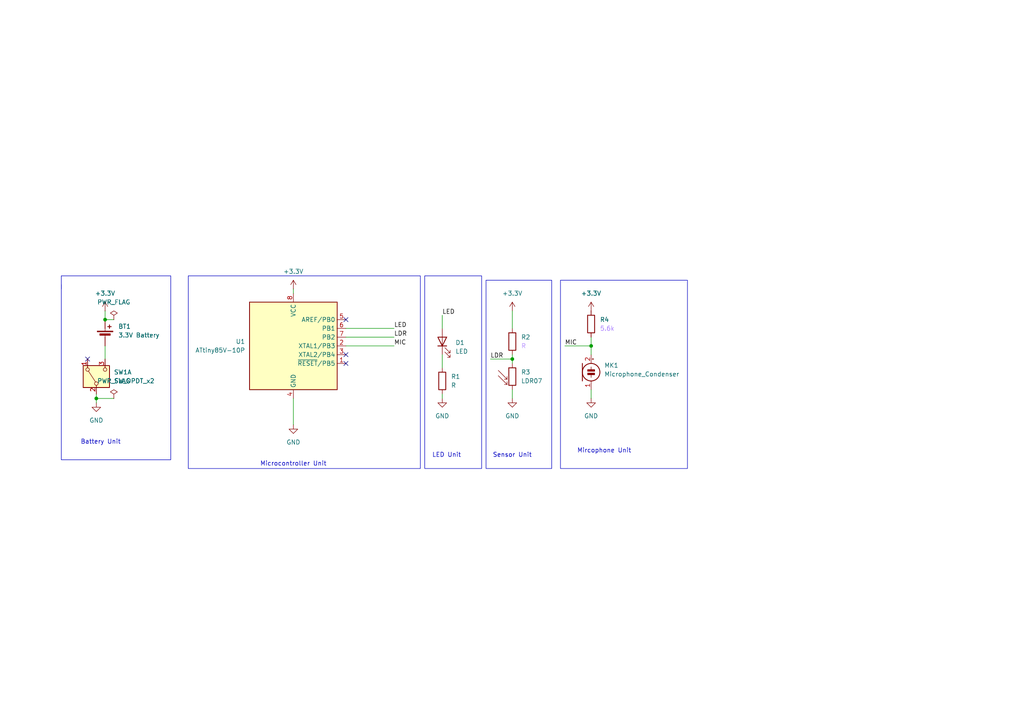
<source format=kicad_sch>
(kicad_sch (version 20231120) (generator "eeschema") (generator_version "8.0")
  (paper "A4")
  (lib_symbols
    (symbol "Device:Battery_Cell" (pin_numbers hide) (pin_names (offset 0) hide)
      (property "Reference" "BT" (at 2.54 2.54 0))
      (property "Value" "Battery_Cell" (at 2.54 0 0))
      (symbol "Battery_Cell_0_1"
        (rectangle (start -2.286 1.778) (end 2.286 1.524) (fill (type outline)))
        (rectangle (start -1.524 1.016) (end 1.524 0.508) (fill (type outline)))
        (polyline (pts (xy 0 0.762) (xy 0 0)))
        (polyline (pts (xy 0 1.778) (xy 0 2.54)))
        (polyline (pts (xy 0.762 3.048) (xy 1.778 3.048)) (stroke (width 0.254)))
        (polyline (pts (xy 1.27 3.556) (xy 1.27 2.54)) (stroke (width 0.254)))
      )
      (symbol "Battery_Cell_1_1"
        (pin passive line (at 0 5.08 270) (length 2.54) (name "+") (number "1"))
        (pin passive line (at 0 -2.54 90) (length 2.54) (name "-") (number "2"))
      )
    )
    (symbol "Device:LED" (pin_numbers hide) (pin_names (offset 1.016) hide)
      (property "Reference" "D" (at 0 2.54 0))
      (property "Value" "LED" (at 0 -2.54 0))
      (symbol "LED_0_1"
        (polyline (pts (xy -1.27 -1.27) (xy -1.27 1.27)) (stroke (width 0.254)))
        (polyline (pts (xy -1.27 0) (xy 1.27 0)))
        (polyline (pts (xy 1.27 -1.27) (xy 1.27 1.27) (xy -1.27 0) (xy 1.27 -1.27)) (stroke (width 0.254)))
        (polyline (pts (xy -3.048 -0.762) (xy -4.572 -2.286) (xy -3.81 -2.286) (xy -4.572 -2.286) (xy -4.572 -1.524)))
        (polyline (pts (xy -1.778 -0.762) (xy -3.302 -2.286) (xy -2.54 -2.286) (xy -3.302 -2.286) (xy -3.302 -1.524)))
      )
      (symbol "LED_1_1"
        (pin passive line (at -3.81 0 0) (length 2.54) (name "K") (number "1"))
        (pin passive line (at 3.81 0 180) (length 2.54) (name "A") (number "2"))
      )
    )
    (symbol "Device:Microphone_Condenser" (pin_names (offset 0.0254) hide)
      (property "Reference" "MK" (at -3.302 1.27 0))
      (property "Value" "Microphone_Condenser" (at -3.302 -0.635 0))
      (symbol "Microphone_Condenser_0_1"
        (polyline (pts (xy -2.54 2.54) (xy -2.54 -2.54)) (stroke (width 0.254)))
        (polyline (pts (xy 0 -0.762) (xy 0 -1.524)))
        (polyline (pts (xy 0 0.762) (xy 0 1.524)))
        (polyline (pts (xy 0.254 3.81) (xy 0.762 3.81)))
        (polyline (pts (xy 0.508 4.064) (xy 0.508 3.556)))
        (circle (center 0 0) (radius 2.54) (stroke (width 0.254)))
        (rectangle (start 1.016 -0.254) (end -1.016 -0.762) (fill (type outline)))
        (rectangle (start 1.016 0.762) (end -1.016 0.254) (fill (type outline)))
      )
      (symbol "Microphone_Condenser_1_1"
        (pin passive line (at 0 -5.08 90) (length 2.54) (name "-") (number "1"))
        (pin passive line (at 0 5.08 270) (length 2.54) (name "+") (number "2"))
      )
    )
    (symbol "Device:R" (pin_numbers hide) (pin_names (offset 0))
      (property "Reference" "R" (at 2.032 0 90))
      (property "Value" "R" (at 0 0 90))
      (symbol "R_0_1"
        (rectangle (start -1.016 -2.54) (end 1.016 2.54) (stroke (width 0.254)))
      )
      (symbol "R_1_1"
        (pin passive line (at 0 3.81 270) (length 1.27) (name "~") (number "1"))
        (pin passive line (at 0 -3.81 90) (length 1.27) (name "~") (number "2"))
      )
    )
    (symbol "MCU_Microchip_ATtiny:ATtiny85V-10P"
      (property "Reference" "U" (at -12.7 13.97 0))
      (property "Value" "ATtiny85V-10P" (at 2.54 -13.97 0))
      (symbol "ATtiny85V-10P_0_1"
        (rectangle (start -12.7 -12.7) (end 12.7 12.7) (stroke (width 0.254)) (fill (type background)))
      )
      (symbol "ATtiny85V-10P_1_1"
        (pin bidirectional line (at 15.24 -5.08 180) (length 2.54) (name "~{RESET}/PB5") (number "1"))
        (pin bidirectional line (at 15.24 0 180) (length 2.54) (name "XTAL1/PB3") (number "2"))
        (pin bidirectional line (at 15.24 -2.54 180) (length 2.54) (name "XTAL2/PB4") (number "3"))
        (pin power_in line (at 0 -15.24 90) (length 2.54) (name "GND") (number "4"))
        (pin bidirectional line (at 15.24 7.62 180) (length 2.54) (name "AREF/PB0") (number "5"))
        (pin bidirectional line (at 15.24 5.08 180) (length 2.54) (name "PB1") (number "6"))
        (pin bidirectional line (at 15.24 2.54 180) (length 2.54) (name "PB2") (number "7"))
        (pin power_in line (at 0 15.24 270) (length 2.54) (name "VCC") (number "8"))
      )
    )
    (symbol "Sensor_Optical:LDR07" (pin_numbers hide) (pin_names (offset 0))
      (property "Reference" "R" (at -5.08 0 90))
      (property "Value" "LDR07" (at 1.905 0 90))
      (symbol "LDR07_0_1"
        (rectangle (start -1.016 2.54) (end 1.016 -2.54) (stroke (width 0.254)))
        (polyline (pts (xy -1.524 -2.286) (xy -4.064 0.254)))
        (polyline (pts (xy -1.524 -2.286) (xy -2.286 -2.286)))
        (polyline (pts (xy -1.524 -2.286) (xy -1.524 -1.524)))
        (polyline (pts (xy -1.524 -0.762) (xy -4.064 1.778)))
        (polyline (pts (xy -1.524 -0.762) (xy -2.286 -0.762)))
        (polyline (pts (xy -1.524 -0.762) (xy -1.524 0)))
      )
      (symbol "LDR07_1_1"
        (pin passive line (at 0 3.81 270) (length 1.27) (name "~") (number "1"))
        (pin passive line (at 0 -3.81 90) (length 1.27) (name "~") (number "2"))
      )
    )
    (symbol "Switch:SW_DPDT_x2" (pin_names (offset 0) hide)
      (property "Reference" "SW" (at 0 5.08 0))
      (property "Value" "SW_DPDT_x2" (at 0 -5.08 0))
      (symbol "SW_DPDT_x2_0_0"
        (circle (center -2.032 0) (radius 0.508))
        (circle (center 2.032 -2.54) (radius 0.508))
      )
      (symbol "SW_DPDT_x2_0_1"
        (rectangle (start -3.175 3.81) (end 3.175 -3.81) (stroke (width 0.254)) (fill (type background)))
        (polyline (pts (xy -1.524 0.254) (xy 1.5748 2.286)))
        (circle (center 2.032 2.54) (radius 0.508))
      )
      (symbol "SW_DPDT_x2_1_1"
        (pin passive line (at 5.08 2.54 180) (length 2.54) (name "A") (number "1"))
        (pin passive line (at -5.08 0 0) (length 2.54) (name "B") (number "2"))
        (pin passive line (at 5.08 -2.54 180) (length 2.54) (name "C") (number "3"))
      )
      (symbol "SW_DPDT_x2_2_1"
        (pin passive line (at 5.08 2.54 180) (length 2.54) (name "A") (number "4"))
        (pin passive line (at -5.08 0 0) (length 2.54) (name "B") (number "5"))
        (pin passive line (at 5.08 -2.54 180) (length 2.54) (name "C") (number "6"))
      )
    )
    (symbol "power:+3.3V" (power) (pin_numbers hide) (pin_names (offset 0) hide)
      (property "Value" "+3.3V" (at 0 3.556 0))
      (symbol "+3.3V_0_1"
        (polyline (pts (xy -0.762 1.27) (xy 0 2.54)))
        (polyline (pts (xy 0 0) (xy 0 2.54)))
        (polyline (pts (xy 0 2.54) (xy 0.762 1.27)))
      )
      (symbol "+3.3V_1_1"
        (pin power_in line (at 0 0 90) (length 0) (name "~") (number "1"))
      )
    )
    (symbol "power:GND" (power) (pin_numbers hide) (pin_names (offset 0) hide)
      (property "Value" "GND" (at 0 -3.81 0))
      (symbol "GND_0_1"
        (polyline (pts (xy 0 0) (xy 0 -1.27) (xy 1.27 -1.27) (xy 0 -2.54) (xy -1.27 -1.27) (xy 0 -1.27)))
      )
      (symbol "GND_1_1"
        (pin power_in line (at 0 0 270) (length 0) (name "~") (number "1"))
      )
    )
    (symbol "power:PWR_FLAG" (power) (pin_numbers hide) (pin_names (offset 0) hide)
      (property "Value" "PWR_FLAG" (at 0 3.81 0))
      (symbol "PWR_FLAG_0_0"
        (pin power_out line (at 0 0 90) (length 0) (name "~") (number "1"))
      )
      (symbol "PWR_FLAG_0_1"
        (polyline (pts (xy 0 0) (xy 0 1.27) (xy -1.016 1.905) (xy 0 2.54) (xy 1.016 1.905) (xy 0 1.27)))
      )
    )
  )
  (junction (at 30.48 92.71))
  (junction (at 27.94 115.57))
  (junction (at 171.45 100.33))
  (junction (at 148.59 104.14))
  (no_connect (at 100.33 102.87))
  (no_connect (at 25.4 104.14))
  (no_connect (at 100.33 105.41))
  (no_connect (at 100.33 92.71))
  (wire (pts (xy 128.27 106.68) (xy 128.27 102.87)))
  (wire (pts (xy 171.45 100.33) (xy 171.45 102.87)))
  (wire (pts (xy 148.59 90.17) (xy 148.59 95.25)))
  (wire (pts (xy 171.45 115.57) (xy 171.45 113.03)))
  (wire (pts (xy 128.27 114.3) (xy 128.27 115.57)))
  (wire (pts (xy 30.48 90.17) (xy 30.48 92.71)))
  (wire (pts (xy 27.94 116.84) (xy 27.94 115.57)))
  (wire (pts (xy 30.48 104.14) (xy 30.48 100.33)))
  (wire (pts (xy 100.33 95.25) (xy 114.3 95.25)))
  (wire (pts (xy 85.09 83.82) (xy 85.09 85.09)))
  (wire (pts (xy 100.33 97.79) (xy 114.3 97.79)))
  (wire (pts (xy 148.59 104.14) (xy 148.59 105.41)))
  (wire (pts (xy 128.27 91.44) (xy 128.27 95.25)))
  (wire (pts (xy 85.09 115.57) (xy 85.09 123.19)))
  (wire (pts (xy 148.59 102.87) (xy 148.59 104.14)))
  (wire (pts (xy 100.33 100.33) (xy 114.3 100.33)))
  (wire (pts (xy 163.83 100.33) (xy 171.45 100.33)))
  (wire (pts (xy 171.45 97.79) (xy 171.45 100.33)))
  (wire (pts (xy 27.94 115.57) (xy 27.94 114.3)))
  (wire (pts (xy 148.59 113.03) (xy 148.59 115.57)))
  (wire (pts (xy 142.24 104.14) (xy 148.59 104.14)))
  (wire (pts (xy 27.94 115.57) (xy 33.02 115.57)))
  (wire (pts (xy 30.48 92.71) (xy 33.02 92.71)))
  (rectangle (start 17.78 80.01) (end 49.53 133.35))
  (rectangle (start 17.78 83.82) (end 17.78 82.55))
  (rectangle (start 54.61 80.01) (end 121.92 135.89))
  (rectangle (start 123.19 80.01) (end 139.7 135.89))
  (rectangle (start 140.97 81.28) (end 160.02 135.89))
  (rectangle (start 162.56 81.28) (end 199.39 135.89))
  (text "Microcontroller Unit\n" (at 85.09 134.62 0) (effects (font (size 1.27 1.27))))
  (text "LED Unit\n" (at 129.54 132.08 0) (effects (font (size 1.27 1.27))))
  (text "Sensor Unit\n" (at 148.59 132.08 0) (effects (font (size 1.27 1.27))))
  (text "Mircophone Unit\n" (at 175.26 130.81 0) (effects (font (size 1.27 1.27))))
  (text "Battery Unit\n" (at 29.21 128.27 0) (effects (font (size 1.27 1.27))))
  (label "LED" (at 114.3 95.25 0))
  (label "MIC" (at 114.3 100.33 0))
  (label "MIC" (at 163.83 100.33 0))
  (label "LDR" (at 114.3 97.79 0))
  (label "LED" (at 128.27 91.44 0))
  (label "LDR" (at 142.24 104.14 0))
  (symbol (lib_id "Device:Microphone_Condenser") (at 171.45 107.95 0) (unit 1)
    (property "Reference" "MK1" (at 175.26 105.9814 0) (effects (justify left)))
    (property "Value" "Microphone_Condenser" (at 175.26 108.5214 0) (effects (justify left)))
    (property "Footprint" "Connector_Audio:Jack_3.5mm_PJ320D_Horizontal" (effects (hide yes)))
    (property "Description" "Condenser microphone" (effects (hide yes)))
  )
  (symbol (lib_id "power:GND") (at 171.45 115.57 0) (unit 1)
    (property "Reference" "#PWR03" (effects (hide yes)))
    (property "Value" "GND" (at 171.45 120.65 0))
    (property "Description" "Power symbol creates a global label with name \"GND\" , ground" (effects (hide yes)))
  )
  (symbol (lib_id "power:GND") (at 148.59 115.57 0) (unit 1)
    (property "Reference" "#PWR05" (effects (hide yes)))
    (property "Value" "GND" (at 148.59 120.65 0))
    (property "Description" "Power symbol creates a global label with name \"GND\" , ground" (effects (hide yes)))
  )
  (symbol (lib_id "power:+3.3V") (at 85.09 83.82 0) (unit 1)
    (property "Reference" "#PWR01" (effects (hide yes)))
    (property "Value" "+3.3V" (at 85.09 78.74 0))
    (property "Description" "Power symbol creates a global label with name \"+3.3V\"" (effects (hide yes)))
  )
  (symbol (lib_id "power:+3.3V") (at 171.45 90.17 0) (unit 1)
    (property "Reference" "#PWR09" (effects (hide yes)))
    (property "Value" "+3.3V" (at 171.45 85.09 0))
    (property "Description" "Power symbol creates a global label with name \"+3.3V\"" (effects (hide yes)))
  )
  (symbol (lib_id "Device:Battery_Cell") (at 30.48 97.79 0) (unit 1)
    (property "Reference" "BT1" (at 34.29 94.6784 0) (effects (justify left)))
    (property "Value" "3.3V Battery" (at 34.29 97.2184 0) (effects (justify left)))
    (property "Footprint" "Battery:BatteryHolder_Keystone_103_1x20mm" (effects (hide yes)))
    (property "Description" "Single-cell battery" (effects (hide yes)))
  )
  (symbol (lib_id "power:GND") (at 85.09 123.19 0) (unit 1)
    (property "Reference" "#PWR02" (effects (hide yes)))
    (property "Value" "GND" (at 85.09 128.27 0))
    (property "Description" "Power symbol creates a global label with name \"GND\" , ground" (effects (hide yes)))
  )
  (symbol (lib_id "Device:R") (at 171.45 93.98 0) (unit 1)
    (property "Reference" "R4" (at 173.99 92.7099 0) (effects (justify left)))
    (property "Value" "5.6k" (at 173.99 95.2499 0) (effects (justify left)))
    (property "Footprint" "Resistor_SMD:R_0805_2012Metric" (effects (hide yes)))
    (property "Description" "Resistor" (effects (hide yes)))
  )
  (symbol (lib_id "power:PWR_FLAG") (at 33.02 92.71 0) (unit 1)
    (property "Reference" "#FLG01" (effects (hide yes)))
    (property "Value" "PWR_FLAG" (at 33.02 87.63 0))
    (property "Description" "Special symbol for telling ERC where power comes from" (effects (hide yes)))
  )
  (symbol (lib_id "Device:R") (at 148.59 99.06 0) (unit 1)
    (property "Reference" "R2" (at 151.13 97.7899 0) (effects (justify left)))
    (property "Value" "R" (at 151.13 100.3299 0) (effects (justify left)))
    (property "Footprint" "Resistor_SMD:R_0805_2012Metric" (effects (hide yes)))
    (property "Description" "Resistor" (effects (hide yes)))
  )
  (symbol (lib_id "Sensor_Optical:LDR07") (at 148.59 109.22 0) (unit 1)
    (property "Reference" "R3" (at 151.13 107.9499 0) (effects (justify left)))
    (property "Value" "LDR07" (at 151.13 110.4899 0) (effects (justify left)))
    (property "Footprint" "OptoDevice:R_LDR_5.1x4.3mm_P3.4mm_Vertical" (effects (hide yes)))
    (property "Datasheet" "http://www.tme.eu/de/Document/f2e3ad76a925811312d226c31da4cd7e/LDR07.pdf" (effects (hide yes)))
    (property "Description" "light dependent resistor" (effects (hide yes)))
  )
  (symbol (lib_id "Switch:SW_DPDT_x2") (at 27.94 109.22 90) (unit 1)
    (property "Reference" "SW1" (at 33.02 107.9499 90) (effects (justify right)))
    (property "Value" "SW_DPDT_x2" (at 33.02 110.4899 90) (effects (justify right)))
    (property "Footprint" "Button_Switch_SMD:SW_DPDT_CK_JS202011JCQN" (effects (hide yes)))
    (property "Description" "Switch, dual pole double throw, separate symbols" (effects (hide yes)))
  )
  (symbol (lib_id "MCU_Microchip_ATtiny:ATtiny85V-10P") (at 85.09 100.33 0) (unit 1)
    (property "Reference" "U1" (at 71.12 99.0599 0) (effects (justify right)))
    (property "Value" "ATtiny85V-10P" (at 71.12 101.5999 0) (effects (justify right)))
    (property "Footprint" "Package_DIP:DIP-8_W7.62mm" (effects (hide yes)))
    (property "Datasheet" "http://ww1.microchip.com/downloads/en/DeviceDoc/atmel-2586-avr-8-bit-microcontroller-attiny25-attiny45-attiny85_datasheet.pdf" (effects (hide yes)))
    (property "Description" "10MHz, 8kB Flash, 512B SRAM, 512B EEPROM, debugWIRE, DIP-8" (effects (hide yes)))
  )
  (symbol (lib_id "Device:LED") (at 128.27 99.06 90) (unit 1)
    (property "Reference" "D1" (at 132.08 99.3774 90) (effects (justify right)))
    (property "Value" "LED" (at 132.08 101.9174 90) (effects (justify right)))
    (property "Footprint" "LED_SMD:LED_0805_2012Metric" (effects (hide yes)))
    (property "Description" "Light emitting diode" (effects (hide yes)))
  )
  (symbol (lib_id "Device:R") (at 128.27 110.49 0) (unit 1)
    (property "Reference" "R1" (at 130.81 109.2199 0) (effects (justify left)))
    (property "Value" "R" (at 130.81 111.7599 0) (effects (justify left)))
    (property "Footprint" "Resistor_SMD:R_0805_2012Metric" (effects (hide yes)))
    (property "Description" "Resistor" (effects (hide yes)))
  )
  (symbol (lib_id "power:PWR_FLAG") (at 33.02 115.57 0) (unit 1)
    (property "Reference" "#FLG02" (effects (hide yes)))
    (property "Value" "PWR_FLAG" (at 33.02 110.49 0))
    (property "Description" "Special symbol for telling ERC where power comes from" (effects (hide yes)))
  )
  (symbol (lib_id "power:GND") (at 27.94 116.84 0) (unit 1)
    (property "Reference" "#PWR07" (effects (hide yes)))
    (property "Value" "GND" (at 27.94 121.92 0))
    (property "Description" "Power symbol creates a global label with name \"GND\" , ground" (effects (hide yes)))
  )
  (symbol (lib_id "power:+3.3V") (at 148.59 90.17 0) (unit 1)
    (property "Reference" "#PWR08" (effects (hide yes)))
    (property "Value" "+3.3V" (at 148.59 85.09 0))
    (property "Description" "Power symbol creates a global label with name \"+3.3V\"" (effects (hide yes)))
  )
  (symbol (lib_id "power:GND") (at 128.27 115.57 0) (unit 1)
    (property "Reference" "#PWR04" (effects (hide yes)))
    (property "Value" "GND" (at 128.27 120.65 0))
    (property "Description" "Power symbol creates a global label with name \"GND\" , ground" (effects (hide yes)))
  )
  (symbol (lib_id "power:+3.3V") (at 30.48 90.17 0) (unit 1)
    (property "Reference" "#PWR06" (effects (hide yes)))
    (property "Value" "+3.3V" (at 30.48 85.09 0))
    (property "Description" "Power symbol creates a global label with name \"+3.3V\"" (effects (hide yes)))
  )
)
</source>
